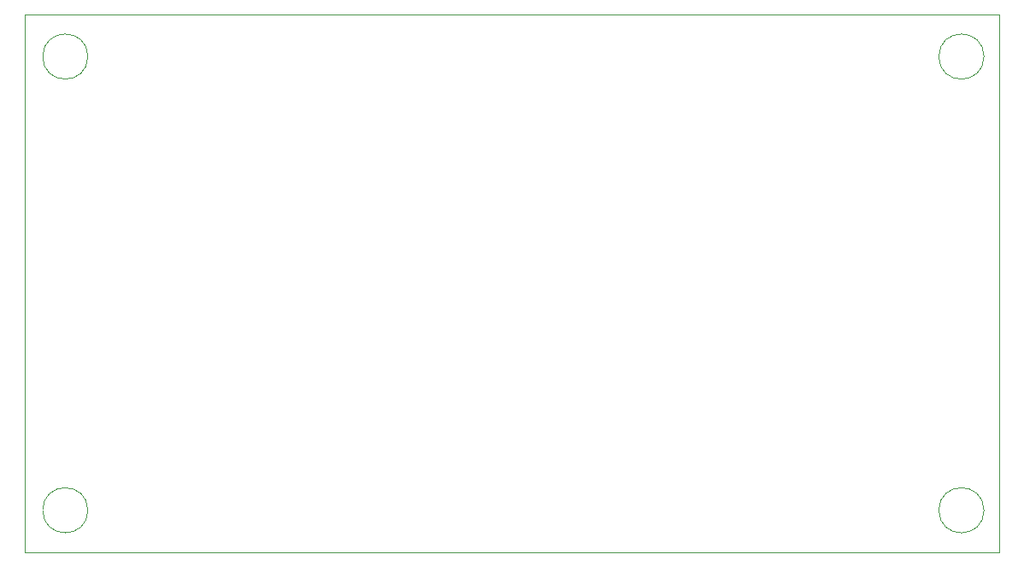
<source format=gm1>
G04 #@! TF.GenerationSoftware,KiCad,Pcbnew,7.0.7*
G04 #@! TF.CreationDate,2024-05-14T17:55:05+07:00*
G04 #@! TF.ProjectId,frankii round 2,6672616e-6b69-4692-9072-6f756e642032,rev?*
G04 #@! TF.SameCoordinates,Original*
G04 #@! TF.FileFunction,Profile,NP*
%FSLAX46Y46*%
G04 Gerber Fmt 4.6, Leading zero omitted, Abs format (unit mm)*
G04 Created by KiCad (PCBNEW 7.0.7) date 2024-05-14 17:55:05*
%MOMM*%
%LPD*%
G01*
G04 APERTURE LIST*
G04 #@! TA.AperFunction,Profile*
%ADD10C,0.100000*%
G04 #@! TD*
G04 APERTURE END LIST*
D10*
X133236068Y-100000000D02*
G75*
G03*
X133236068Y-100000000I-2236068J0D01*
G01*
X133236068Y-55000000D02*
G75*
G03*
X133236068Y-55000000I-2236068J0D01*
G01*
X222000001Y-55000000D02*
G75*
G03*
X222000001Y-55000000I-2236068J0D01*
G01*
X222000001Y-100000000D02*
G75*
G03*
X222000001Y-100000000I-2236068J0D01*
G01*
X127000000Y-50800000D02*
X223520000Y-50800000D01*
X223520000Y-104140000D01*
X127000000Y-104140000D01*
X127000000Y-50800000D01*
M02*

</source>
